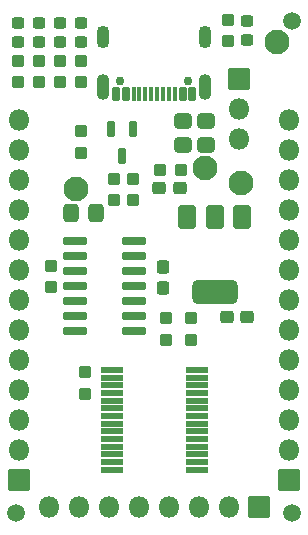
<source format=gbr>
%TF.GenerationSoftware,KiCad,Pcbnew,9.0.0*%
%TF.CreationDate,2025-03-25T17:20:35-03:00*%
%TF.ProjectId,IOExtender,494f4578-7465-46e6-9465-722e6b696361,1.1*%
%TF.SameCoordinates,Original*%
%TF.FileFunction,Soldermask,Top*%
%TF.FilePolarity,Negative*%
%FSLAX46Y46*%
G04 Gerber Fmt 4.6, Leading zero omitted, Abs format (unit mm)*
G04 Created by KiCad (PCBNEW 9.0.0) date 2025-03-25 17:20:35*
%MOMM*%
%LPD*%
G01*
G04 APERTURE LIST*
G04 Aperture macros list*
%AMRoundRect*
0 Rectangle with rounded corners*
0 $1 Rounding radius*
0 $2 $3 $4 $5 $6 $7 $8 $9 X,Y pos of 4 corners*
0 Add a 4 corners polygon primitive as box body*
4,1,4,$2,$3,$4,$5,$6,$7,$8,$9,$2,$3,0*
0 Add four circle primitives for the rounded corners*
1,1,$1+$1,$2,$3*
1,1,$1+$1,$4,$5*
1,1,$1+$1,$6,$7*
1,1,$1+$1,$8,$9*
0 Add four rect primitives between the rounded corners*
20,1,$1+$1,$2,$3,$4,$5,0*
20,1,$1+$1,$4,$5,$6,$7,0*
20,1,$1+$1,$6,$7,$8,$9,0*
20,1,$1+$1,$8,$9,$2,$3,0*%
G04 Aperture macros list end*
%ADD10RoundRect,0.050000X0.875000X0.225000X-0.875000X0.225000X-0.875000X-0.225000X0.875000X-0.225000X0*%
%ADD11C,1.500000*%
%ADD12RoundRect,0.262500X-0.262500X0.275000X-0.262500X-0.275000X0.262500X-0.275000X0.262500X0.275000X0*%
%ADD13RoundRect,0.262500X0.262500X-0.275000X0.262500X0.275000X-0.262500X0.275000X-0.262500X-0.275000X0*%
%ADD14RoundRect,0.262500X0.325000X0.262500X-0.325000X0.262500X-0.325000X-0.262500X0.325000X-0.262500X0*%
%ADD15RoundRect,0.270833X0.479167X-0.379167X0.479167X0.379167X-0.479167X0.379167X-0.479167X-0.379167X0*%
%ADD16RoundRect,0.243750X-0.281250X0.243750X-0.281250X-0.243750X0.281250X-0.243750X0.281250X0.243750X0*%
%ADD17C,0.750000*%
%ADD18RoundRect,0.175000X0.175000X0.450000X-0.175000X0.450000X-0.175000X-0.450000X0.175000X-0.450000X0*%
%ADD19RoundRect,0.100000X0.100000X0.525000X-0.100000X0.525000X-0.100000X-0.525000X0.100000X-0.525000X0*%
%ADD20O,1.100000X2.200000*%
%ADD21O,1.100000X1.900000*%
%ADD22RoundRect,0.050000X-0.850000X0.850000X-0.850000X-0.850000X0.850000X-0.850000X0.850000X0.850000X0*%
%ADD23O,1.800000X1.800000*%
%ADD24RoundRect,0.050000X-0.850000X-0.850000X0.850000X-0.850000X0.850000X0.850000X-0.850000X0.850000X0*%
%ADD25RoundRect,0.400000X-0.400000X0.650000X-0.400000X-0.650000X0.400000X-0.650000X0.400000X0.650000X0*%
%ADD26RoundRect,0.525000X-1.425000X0.525000X-1.425000X-0.525000X1.425000X-0.525000X1.425000X0.525000X0*%
%ADD27RoundRect,0.175000X-0.850000X-0.175000X0.850000X-0.175000X0.850000X0.175000X-0.850000X0.175000X0*%
%ADD28RoundRect,0.262500X-0.325000X-0.262500X0.325000X-0.262500X0.325000X0.262500X-0.325000X0.262500X0*%
%ADD29RoundRect,0.262500X0.275000X0.262500X-0.275000X0.262500X-0.275000X-0.262500X0.275000X-0.262500X0*%
%ADD30RoundRect,0.270833X-0.479167X0.379167X-0.479167X-0.379167X0.479167X-0.379167X0.479167X0.379167X0*%
%ADD31RoundRect,0.271277X0.366223X0.503723X-0.366223X0.503723X-0.366223X-0.503723X0.366223X-0.503723X0*%
%ADD32RoundRect,0.175000X-0.175000X0.537500X-0.175000X-0.537500X0.175000X-0.537500X0.175000X0.537500X0*%
%ADD33RoundRect,0.262500X-0.262500X0.325000X-0.262500X-0.325000X0.262500X-0.325000X0.262500X0.325000X0*%
%ADD34C,2.100000*%
G04 APERTURE END LIST*
D10*
%TO.C,U1*%
X129900000Y-120125000D03*
X129900000Y-119475000D03*
X129900000Y-118825000D03*
X129900000Y-118175000D03*
X129900000Y-117525000D03*
X129900000Y-116875000D03*
X129900000Y-116225000D03*
X129900000Y-115575000D03*
X129900000Y-114925000D03*
X129900000Y-114275000D03*
X129900000Y-113625000D03*
X129900000Y-112975000D03*
X129900000Y-112325000D03*
X129900000Y-111675000D03*
X122700000Y-111675000D03*
X122700000Y-112325000D03*
X122700000Y-112975000D03*
X122700000Y-113625000D03*
X122700000Y-114275000D03*
X122700000Y-114925000D03*
X122700000Y-115575000D03*
X122700000Y-116225000D03*
X122700000Y-116875000D03*
X122700000Y-117525000D03*
X122700000Y-118175000D03*
X122700000Y-118825000D03*
X122700000Y-119475000D03*
X122700000Y-120125000D03*
%TD*%
D11*
%TO.C,FID3*%
X114616000Y-123800000D03*
%TD*%
D12*
%TO.C,R9*%
X117537000Y-102849500D03*
X117537000Y-104674500D03*
%TD*%
D11*
%TO.C,FID2*%
X137984000Y-123828000D03*
%TD*%
D12*
%TO.C,R8*%
X132523000Y-82046900D03*
X132523000Y-83871900D03*
%TD*%
%TO.C,R11*%
X124522000Y-95483500D03*
X124522000Y-97308500D03*
%TD*%
D13*
%TO.C,R7*%
X120077000Y-87337000D03*
X120077000Y-85512000D03*
%TD*%
D14*
%TO.C,C2*%
X134147500Y-107191000D03*
X132422500Y-107191000D03*
%TD*%
D15*
%TO.C,L1*%
X130700000Y-92600000D03*
X130700000Y-90600000D03*
%TD*%
D16*
%TO.C,D6*%
X120077000Y-82337000D03*
X120077000Y-83912000D03*
%TD*%
D13*
%TO.C,R4*%
X114743000Y-87337000D03*
X114743000Y-85512000D03*
%TD*%
D16*
%TO.C,D1*%
X116521000Y-82330750D03*
X116521000Y-83905750D03*
%TD*%
D17*
%TO.C,C5*%
X129190000Y-87205000D03*
X123410000Y-87205000D03*
D18*
X129500000Y-88280000D03*
X128700000Y-88280000D03*
D19*
X127550000Y-88280000D03*
X126550000Y-88280000D03*
X126050000Y-88280000D03*
X125050000Y-88280000D03*
D18*
X123900000Y-88280000D03*
X123100000Y-88280000D03*
X123100000Y-88280000D03*
X123900000Y-88280000D03*
D19*
X124550000Y-88280000D03*
X125550000Y-88280000D03*
X127050000Y-88280000D03*
X128050000Y-88280000D03*
D18*
X128700000Y-88280000D03*
X129500000Y-88280000D03*
D20*
X130620000Y-87705000D03*
D21*
X130620000Y-83525000D03*
D20*
X121980000Y-87705000D03*
D21*
X121980000Y-83525000D03*
%TD*%
D13*
%TO.C,R3*%
X127300000Y-109119500D03*
X127300000Y-107294500D03*
%TD*%
%TO.C,R5*%
X116521000Y-87326300D03*
X116521000Y-85501300D03*
%TD*%
D22*
%TO.C,J9*%
X135175000Y-123263000D03*
D23*
X132635000Y-123263000D03*
X130095000Y-123263000D03*
X127555000Y-123263000D03*
X125015000Y-123263000D03*
X122475000Y-123263000D03*
X119935000Y-123263000D03*
X117395000Y-123263000D03*
%TD*%
D24*
%TO.C,J1*%
X133488200Y-87075000D03*
D23*
X133488200Y-89615000D03*
X133488200Y-92155000D03*
%TD*%
D16*
%TO.C,D5*%
X114743000Y-82337000D03*
X114743000Y-83912000D03*
%TD*%
%TO.C,D2*%
X118299000Y-82337000D03*
X118299000Y-83912000D03*
%TD*%
D25*
%TO.C,U3*%
X133705400Y-98757800D03*
X131405400Y-98757800D03*
D26*
X131405400Y-105057800D03*
D25*
X129105400Y-98757800D03*
%TD*%
D11*
%TO.C,FID1*%
X137984000Y-82172000D03*
%TD*%
D27*
%TO.C,U2*%
X119625000Y-100790000D03*
X119625000Y-102060000D03*
X119625000Y-103330000D03*
X119625000Y-104600000D03*
X119625000Y-105870000D03*
X119625000Y-107140000D03*
X119625000Y-108410000D03*
X124575000Y-108410000D03*
X124575000Y-107140000D03*
X124575000Y-105870000D03*
X124575000Y-104600000D03*
X124575000Y-103330000D03*
X124575000Y-102060000D03*
X124575000Y-100790000D03*
%TD*%
D13*
%TO.C,R2*%
X129400000Y-109119500D03*
X129400000Y-107294500D03*
%TD*%
D28*
%TO.C,C6*%
X126737500Y-96300000D03*
X128462500Y-96300000D03*
%TD*%
D29*
%TO.C,R12*%
X128609500Y-94745000D03*
X126784500Y-94745000D03*
%TD*%
D12*
%TO.C,R1*%
X122922000Y-95483500D03*
X122922000Y-97308500D03*
%TD*%
%TO.C,R10*%
X120458000Y-111866500D03*
X120458000Y-113691500D03*
%TD*%
D30*
%TO.C,L2*%
X128700000Y-90600000D03*
X128700000Y-92600000D03*
%TD*%
D16*
%TO.C,D7*%
X134123200Y-82171900D03*
X134123200Y-83746900D03*
%TD*%
D31*
%TO.C,C8*%
X121337500Y-98428000D03*
X119262500Y-98428000D03*
%TD*%
D32*
%TO.C,D4*%
X124522000Y-91316000D03*
X122622000Y-91316000D03*
X123572000Y-93591000D03*
%TD*%
D33*
%TO.C,C1*%
X127062000Y-103001100D03*
X127062000Y-104726100D03*
%TD*%
D13*
%TO.C,R6*%
X118299000Y-87337000D03*
X118299000Y-85512000D03*
%TD*%
D12*
%TO.C,R13*%
X120092000Y-91486500D03*
X120092000Y-93311500D03*
%TD*%
D34*
%TO.C,TP3*%
X136714000Y-83950000D03*
%TD*%
D24*
%TO.C,J2*%
X137730000Y-121034000D03*
D23*
X137730000Y-118494000D03*
X137730000Y-115954000D03*
X137730000Y-113414000D03*
X137730000Y-110874000D03*
X137730000Y-108334000D03*
X137730000Y-105794000D03*
X137730000Y-103254000D03*
X137730000Y-100714000D03*
X137730000Y-98174000D03*
X137730000Y-95634000D03*
X137730000Y-93094000D03*
X137730000Y-90554000D03*
%TD*%
D34*
%TO.C,TP4*%
X119696000Y-96396000D03*
%TD*%
%TO.C,TP1*%
X130618000Y-94618000D03*
%TD*%
%TO.C,TP2*%
X133666000Y-95888000D03*
%TD*%
D24*
%TO.C,J5*%
X114880000Y-121000000D03*
D23*
X114880000Y-118460000D03*
X114880000Y-115920000D03*
X114880000Y-113380000D03*
X114880000Y-110840000D03*
X114880000Y-108300000D03*
X114880000Y-105760000D03*
X114880000Y-103220000D03*
X114880000Y-100680000D03*
X114880000Y-98140000D03*
X114880000Y-95600000D03*
X114880000Y-93060000D03*
X114880000Y-90520000D03*
%TD*%
M02*

</source>
